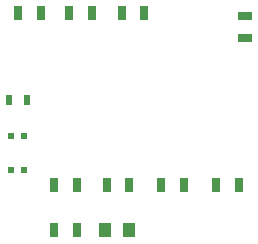
<source format=gbp>
G04 #@! TF.FileFunction,Paste,Bot*
%FSLAX46Y46*%
G04 Gerber Fmt 4.6, Leading zero omitted, Abs format (unit mm)*
G04 Created by KiCad (PCBNEW 4.0.1-stable) date 3/22/2016 7:23:55 PM*
%MOMM*%
G01*
G04 APERTURE LIST*
%ADD10C,0.100000*%
%ADD11R,0.500000X0.900000*%
%ADD12R,1.000000X1.250000*%
%ADD13R,0.700000X1.300000*%
%ADD14R,0.600000X0.500000*%
%ADD15R,1.300000X0.700000*%
G04 APERTURE END LIST*
D10*
D11*
X164465000Y-88646000D03*
X165965000Y-88646000D03*
D12*
X172625000Y-99695000D03*
X174625000Y-99695000D03*
D13*
X172725000Y-95885000D03*
X174625000Y-95885000D03*
X179258000Y-95885000D03*
X177358000Y-95885000D03*
X170180000Y-95885000D03*
X168280000Y-95885000D03*
X170175000Y-99695000D03*
X168275000Y-99695000D03*
X181996000Y-95885000D03*
X183896000Y-95885000D03*
X175895000Y-81280000D03*
X173995000Y-81280000D03*
X169550000Y-81280000D03*
X171450000Y-81280000D03*
X167132000Y-81280000D03*
X165232000Y-81280000D03*
D14*
X165735000Y-91694000D03*
X164635000Y-91694000D03*
X165735000Y-94615000D03*
X164635000Y-94615000D03*
D15*
X184404000Y-81534000D03*
X184404000Y-83434000D03*
M02*

</source>
